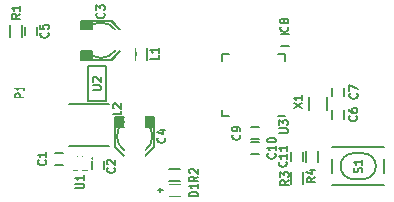
<source format=gto>
G04 #@! TF.FileFunction,Legend,Top*
%FSLAX46Y46*%
G04 Gerber Fmt 4.6, Leading zero omitted, Abs format (unit mm)*
G04 Created by KiCad (PCBNEW (2015-08-16 BZR 6097, Git b384c94)-product) date 20/01/2016 15:51:32*
%MOMM*%
G01*
G04 APERTURE LIST*
%ADD10C,0.100000*%
%ADD11C,0.150000*%
%ADD12C,0.050000*%
%ADD13R,1.502400X0.552400*%
%ADD14C,1.752400*%
%ADD15R,1.552400X1.752400*%
%ADD16R,2.052400X2.052400*%
%ADD17R,1.202400X0.802400*%
%ADD18R,2.052400X1.252400*%
%ADD19R,1.402400X0.752400*%
%ADD20R,2.352040X1.752600*%
%ADD21R,1.752600X2.352040*%
%ADD22R,2.184400X1.879600*%
%ADD23C,2.500000*%
%ADD24R,0.852400X0.402400*%
%ADD25R,0.402400X0.852400*%
%ADD26R,1.877400X1.877400*%
%ADD27R,0.502400X0.332400*%
%ADD28R,0.452400X1.652400*%
%ADD29R,1.879600X2.184400*%
%ADD30R,0.852400X0.752400*%
%ADD31R,0.752400X0.852400*%
G04 APERTURE END LIST*
D10*
D11*
X183534000Y-91483000D02*
X182734000Y-91483000D01*
X183534000Y-93683000D02*
X182734000Y-93683000D01*
X181634000Y-92583000D02*
G75*
G03X182734000Y-93683000I1100000J0D01*
G01*
X182734000Y-91483000D02*
G75*
G03X181634000Y-92583000I0J-1100000D01*
G01*
X184634000Y-92583000D02*
G75*
G03X183534000Y-91483000I-1100000J0D01*
G01*
X183534000Y-93683000D02*
G75*
G03X184634000Y-92583000I0J1100000D01*
G01*
X180934000Y-91983000D02*
X180934000Y-93183000D01*
X185334000Y-91983000D02*
X185334000Y-93183000D01*
X185334000Y-94183000D02*
X180934000Y-94183000D01*
X180934000Y-90983000D02*
X185334000Y-90983000D01*
X178955000Y-87799000D02*
X178955000Y-86699000D01*
X180455000Y-87799000D02*
X180455000Y-86699000D01*
X160286000Y-84098000D02*
X161786000Y-84098000D01*
X161786000Y-84098000D02*
X161786000Y-87098000D01*
X161786000Y-87098000D02*
X160286000Y-87098000D01*
X160286000Y-87098000D02*
X160286000Y-84098000D01*
X160603500Y-82815000D02*
X160603500Y-83565000D01*
X159703500Y-80365000D02*
X160603500Y-80365000D01*
X159703500Y-80415000D02*
X159703500Y-80365000D01*
X160603500Y-80415000D02*
X159703500Y-80415000D01*
X160603500Y-80515000D02*
X160603500Y-80415000D01*
X159703500Y-80515000D02*
X160603500Y-80515000D01*
X159703500Y-80615000D02*
X159703500Y-80515000D01*
X160603500Y-80615000D02*
X159703500Y-80615000D01*
X160603500Y-80715000D02*
X160603500Y-80615000D01*
X159703500Y-80715000D02*
X160603500Y-80715000D01*
X159703500Y-80815000D02*
X159703500Y-80715000D01*
X160603500Y-80815000D02*
X159703500Y-80815000D01*
X160603500Y-80865000D02*
X160603500Y-80815000D01*
X160603500Y-80915000D02*
X160603500Y-80815000D01*
X159703500Y-80915000D02*
X160603500Y-80915000D01*
X159703500Y-83465000D02*
X160603500Y-83465000D01*
X159703500Y-83365000D02*
X159703500Y-83465000D01*
X160603500Y-83365000D02*
X159703500Y-83365000D01*
X160603500Y-83265000D02*
X160603500Y-83365000D01*
X159703500Y-83265000D02*
X160603500Y-83265000D01*
X159703500Y-83165000D02*
X159703500Y-83265000D01*
X160603500Y-83165000D02*
X159703500Y-83165000D01*
X160603500Y-83065000D02*
X160603500Y-83165000D01*
X159703500Y-83065000D02*
X160603500Y-83065000D01*
X159703500Y-82965000D02*
X159703500Y-83065000D01*
X160603500Y-82965000D02*
X159703500Y-82965000D01*
X160603500Y-82865000D02*
X160603500Y-82965000D01*
X159703500Y-82865000D02*
X160603500Y-82865000D01*
X160603500Y-80965000D02*
X159703500Y-80965000D01*
X160603500Y-80315000D02*
X160603500Y-81015000D01*
X160153500Y-82815000D02*
G75*
G03X162553500Y-82815000I1200000J900000D01*
G01*
X162553500Y-81015000D02*
G75*
G03X160153500Y-81015000I-1200000J-900000D01*
G01*
X162253500Y-83565000D02*
X163003500Y-82815000D01*
X159703500Y-83565000D02*
X162253500Y-83565000D01*
X159703500Y-82815000D02*
X159703500Y-83565000D01*
X159703500Y-81015000D02*
X159703500Y-80265000D01*
X159703500Y-80265000D02*
X162253500Y-80265000D01*
X162253500Y-80265000D02*
X163003500Y-81015000D01*
X159702500Y-83566000D02*
X162242500Y-83566000D01*
X162242500Y-83566000D02*
X163004500Y-82804000D01*
X163004500Y-81026000D02*
X162242500Y-80264000D01*
X163311000Y-89293000D02*
X162561000Y-89293000D01*
X165761000Y-88393000D02*
X165761000Y-89293000D01*
X165711000Y-88393000D02*
X165761000Y-88393000D01*
X165711000Y-89293000D02*
X165711000Y-88393000D01*
X165611000Y-89293000D02*
X165711000Y-89293000D01*
X165611000Y-88393000D02*
X165611000Y-89293000D01*
X165511000Y-88393000D02*
X165611000Y-88393000D01*
X165511000Y-89293000D02*
X165511000Y-88393000D01*
X165411000Y-89293000D02*
X165511000Y-89293000D01*
X165411000Y-88393000D02*
X165411000Y-89293000D01*
X165311000Y-88393000D02*
X165411000Y-88393000D01*
X165311000Y-89293000D02*
X165311000Y-88393000D01*
X165261000Y-89293000D02*
X165311000Y-89293000D01*
X165211000Y-89293000D02*
X165311000Y-89293000D01*
X165211000Y-88393000D02*
X165211000Y-89293000D01*
X162661000Y-88393000D02*
X162661000Y-89293000D01*
X162761000Y-88393000D02*
X162661000Y-88393000D01*
X162761000Y-89293000D02*
X162761000Y-88393000D01*
X162861000Y-89293000D02*
X162761000Y-89293000D01*
X162861000Y-88393000D02*
X162861000Y-89293000D01*
X162961000Y-88393000D02*
X162861000Y-88393000D01*
X162961000Y-89293000D02*
X162961000Y-88393000D01*
X163061000Y-89293000D02*
X162961000Y-89293000D01*
X163061000Y-88393000D02*
X163061000Y-89293000D01*
X163161000Y-88393000D02*
X163061000Y-88393000D01*
X163161000Y-89293000D02*
X163161000Y-88393000D01*
X163261000Y-89293000D02*
X163161000Y-89293000D01*
X163261000Y-88393000D02*
X163261000Y-89293000D01*
X165161000Y-89293000D02*
X165161000Y-88393000D01*
X165811000Y-89293000D02*
X165111000Y-89293000D01*
X163311000Y-88843000D02*
G75*
G03X163311000Y-91243000I900000J-1200000D01*
G01*
X165111000Y-91243000D02*
G75*
G03X165111000Y-88843000I-900000J1200000D01*
G01*
X162561000Y-90943000D02*
X163311000Y-91693000D01*
X162561000Y-88393000D02*
X162561000Y-90943000D01*
X163311000Y-88393000D02*
X162561000Y-88393000D01*
X165111000Y-88393000D02*
X165861000Y-88393000D01*
X165861000Y-88393000D02*
X165861000Y-90943000D01*
X165861000Y-90943000D02*
X165111000Y-91693000D01*
X162560000Y-88392000D02*
X162560000Y-90932000D01*
X162560000Y-90932000D02*
X163322000Y-91694000D01*
X165100000Y-91694000D02*
X165862000Y-90932000D01*
X171645500Y-88376500D02*
X171645500Y-87851500D01*
X176895500Y-83126500D02*
X176895500Y-83651500D01*
X171645500Y-83126500D02*
X171645500Y-83651500D01*
X176895500Y-88376500D02*
X176370500Y-88376500D01*
X176895500Y-83126500D02*
X176370500Y-83126500D01*
X171645500Y-83126500D02*
X172170500Y-83126500D01*
X171645500Y-88376500D02*
X172170500Y-88376500D01*
D12*
X160675500Y-91829000D02*
X160675500Y-92029000D01*
X160475500Y-91929000D02*
X160675500Y-91829000D01*
X160675500Y-92029000D02*
X160475500Y-91929000D01*
X160175500Y-91729000D02*
X158975500Y-91729000D01*
X160175500Y-92929000D02*
X158975500Y-92929000D01*
D11*
X179697000Y-91257500D02*
X179697000Y-92257500D01*
X178697000Y-92257500D02*
X178697000Y-91257500D01*
X177427000Y-94099000D02*
X177427000Y-93099000D01*
X178427000Y-93099000D02*
X178427000Y-94099000D01*
X167076500Y-92845000D02*
X168076500Y-92845000D01*
X168076500Y-93845000D02*
X167076500Y-93845000D01*
X153678000Y-81653000D02*
X153678000Y-80653000D01*
X154678000Y-80653000D02*
X154678000Y-81653000D01*
X158147500Y-92448000D02*
X157447500Y-92448000D01*
X157447500Y-91448000D02*
X158147500Y-91448000D01*
X161599500Y-92106000D02*
X161599500Y-92806000D01*
X160599500Y-92806000D02*
X160599500Y-92106000D01*
X177427000Y-92107500D02*
X177427000Y-91407500D01*
X178427000Y-91407500D02*
X178427000Y-92107500D01*
X174721000Y-91559000D02*
X174021000Y-91559000D01*
X174021000Y-90559000D02*
X174721000Y-90559000D01*
X177261000Y-82415000D02*
X176561000Y-82415000D01*
X176561000Y-81415000D02*
X177261000Y-81415000D01*
X181919500Y-85946500D02*
X181919500Y-86646500D01*
X180919500Y-86646500D02*
X180919500Y-85946500D01*
X180919500Y-88551500D02*
X180919500Y-87851500D01*
X181919500Y-87851500D02*
X181919500Y-88551500D01*
X155948000Y-80803000D02*
X155948000Y-81503000D01*
X154948000Y-81503000D02*
X154948000Y-80803000D01*
X174721000Y-90289000D02*
X174021000Y-90289000D01*
X174021000Y-89289000D02*
X174721000Y-89289000D01*
X166384500Y-94589600D02*
X166584500Y-94589600D01*
X166384500Y-94589600D02*
X166184500Y-94589600D01*
X166384500Y-94389600D02*
X166384500Y-94789600D01*
D10*
X167084500Y-95089600D02*
X168084500Y-95089600D01*
X168084500Y-94089600D02*
X167084500Y-94089600D01*
D11*
X158637500Y-90840500D02*
X162037500Y-90840500D01*
X158637500Y-87340500D02*
X162037500Y-87340500D01*
X165282500Y-82558000D02*
X165282500Y-83558000D01*
X164282500Y-83558000D02*
X164282500Y-82558000D01*
X154812167Y-86813166D02*
X154112167Y-86813166D01*
X154112167Y-86546500D01*
X154145500Y-86479833D01*
X154178833Y-86446500D01*
X154245500Y-86413166D01*
X154345500Y-86413166D01*
X154412167Y-86446500D01*
X154445500Y-86479833D01*
X154478833Y-86546500D01*
X154478833Y-86813166D01*
X154812167Y-85746500D02*
X154812167Y-86146500D01*
X154812167Y-85946500D02*
X154112167Y-85946500D01*
X154212167Y-86013166D01*
X154278833Y-86079833D01*
X154312167Y-86146500D01*
X183417333Y-93116334D02*
X183450667Y-93016334D01*
X183450667Y-92849667D01*
X183417333Y-92783000D01*
X183384000Y-92749667D01*
X183317333Y-92716334D01*
X183250667Y-92716334D01*
X183184000Y-92749667D01*
X183150667Y-92783000D01*
X183117333Y-92849667D01*
X183084000Y-92983000D01*
X183050667Y-93049667D01*
X183017333Y-93083000D01*
X182950667Y-93116334D01*
X182884000Y-93116334D01*
X182817333Y-93083000D01*
X182784000Y-93049667D01*
X182750667Y-92983000D01*
X182750667Y-92816334D01*
X182784000Y-92716334D01*
X183450667Y-92049667D02*
X183450667Y-92449667D01*
X183450667Y-92249667D02*
X182750667Y-92249667D01*
X182850667Y-92316333D01*
X182917333Y-92383000D01*
X182950667Y-92449667D01*
X177670667Y-87688667D02*
X178370667Y-87222000D01*
X177670667Y-87222000D02*
X178370667Y-87688667D01*
X178370667Y-86588667D02*
X178370667Y-86988667D01*
X178370667Y-86788667D02*
X177670667Y-86788667D01*
X177770667Y-86855333D01*
X177837333Y-86922000D01*
X177870667Y-86988667D01*
X160652667Y-86131333D02*
X161219333Y-86131333D01*
X161286000Y-86098000D01*
X161319333Y-86064667D01*
X161352667Y-85998000D01*
X161352667Y-85864667D01*
X161319333Y-85798000D01*
X161286000Y-85764667D01*
X161219333Y-85731333D01*
X160652667Y-85731333D01*
X160719333Y-85431334D02*
X160686000Y-85398000D01*
X160652667Y-85331334D01*
X160652667Y-85164667D01*
X160686000Y-85098000D01*
X160719333Y-85064667D01*
X160786000Y-85031334D01*
X160852667Y-85031334D01*
X160952667Y-85064667D01*
X161352667Y-85464667D01*
X161352667Y-85031334D01*
X161603500Y-79618666D02*
X161636833Y-79652000D01*
X161670167Y-79752000D01*
X161670167Y-79818666D01*
X161636833Y-79918666D01*
X161570167Y-79985333D01*
X161503500Y-80018666D01*
X161370167Y-80052000D01*
X161270167Y-80052000D01*
X161136833Y-80018666D01*
X161070167Y-79985333D01*
X161003500Y-79918666D01*
X160970167Y-79818666D01*
X160970167Y-79752000D01*
X161003500Y-79652000D01*
X161036833Y-79618666D01*
X160970167Y-79385333D02*
X160970167Y-78952000D01*
X161236833Y-79185333D01*
X161236833Y-79085333D01*
X161270167Y-79018666D01*
X161303500Y-78985333D01*
X161370167Y-78952000D01*
X161536833Y-78952000D01*
X161603500Y-78985333D01*
X161636833Y-79018666D01*
X161670167Y-79085333D01*
X161670167Y-79285333D01*
X161636833Y-79352000D01*
X161603500Y-79385333D01*
X166747000Y-90159666D02*
X166780333Y-90193000D01*
X166813667Y-90293000D01*
X166813667Y-90359666D01*
X166780333Y-90459666D01*
X166713667Y-90526333D01*
X166647000Y-90559666D01*
X166513667Y-90593000D01*
X166413667Y-90593000D01*
X166280333Y-90559666D01*
X166213667Y-90526333D01*
X166147000Y-90459666D01*
X166113667Y-90359666D01*
X166113667Y-90293000D01*
X166147000Y-90193000D01*
X166180333Y-90159666D01*
X166347000Y-89559666D02*
X166813667Y-89559666D01*
X166080333Y-89726333D02*
X166580333Y-89893000D01*
X166580333Y-89459666D01*
X176464167Y-89788933D02*
X177030833Y-89788933D01*
X177097500Y-89755600D01*
X177130833Y-89722267D01*
X177164167Y-89655600D01*
X177164167Y-89522267D01*
X177130833Y-89455600D01*
X177097500Y-89422267D01*
X177030833Y-89388933D01*
X176464167Y-89388933D01*
X176464167Y-89122267D02*
X176464167Y-88688934D01*
X176730833Y-88922267D01*
X176730833Y-88822267D01*
X176764167Y-88755600D01*
X176797500Y-88722267D01*
X176864167Y-88688934D01*
X177030833Y-88688934D01*
X177097500Y-88722267D01*
X177130833Y-88755600D01*
X177164167Y-88822267D01*
X177164167Y-89022267D01*
X177130833Y-89088934D01*
X177097500Y-89122267D01*
X159192167Y-94449833D02*
X159758833Y-94449833D01*
X159825500Y-94416500D01*
X159858833Y-94383167D01*
X159892167Y-94316500D01*
X159892167Y-94183167D01*
X159858833Y-94116500D01*
X159825500Y-94083167D01*
X159758833Y-94049833D01*
X159192167Y-94049833D01*
X159892167Y-93349834D02*
X159892167Y-93749834D01*
X159892167Y-93549834D02*
X159192167Y-93549834D01*
X159292167Y-93616500D01*
X159358833Y-93683167D01*
X159392167Y-93749834D01*
X179488267Y-93537866D02*
X179154933Y-93771200D01*
X179488267Y-93937866D02*
X178788267Y-93937866D01*
X178788267Y-93671200D01*
X178821600Y-93604533D01*
X178854933Y-93571200D01*
X178921600Y-93537866D01*
X179021600Y-93537866D01*
X179088267Y-93571200D01*
X179121600Y-93604533D01*
X179154933Y-93671200D01*
X179154933Y-93937866D01*
X179021600Y-92937866D02*
X179488267Y-92937866D01*
X178754933Y-93104533D02*
X179254933Y-93271200D01*
X179254933Y-92837866D01*
X177253067Y-93741066D02*
X176919733Y-93974400D01*
X177253067Y-94141066D02*
X176553067Y-94141066D01*
X176553067Y-93874400D01*
X176586400Y-93807733D01*
X176619733Y-93774400D01*
X176686400Y-93741066D01*
X176786400Y-93741066D01*
X176853067Y-93774400D01*
X176886400Y-93807733D01*
X176919733Y-93874400D01*
X176919733Y-94141066D01*
X176553067Y-93507733D02*
X176553067Y-93074400D01*
X176819733Y-93307733D01*
X176819733Y-93207733D01*
X176853067Y-93141066D01*
X176886400Y-93107733D01*
X176953067Y-93074400D01*
X177119733Y-93074400D01*
X177186400Y-93107733D01*
X177219733Y-93141066D01*
X177253067Y-93207733D01*
X177253067Y-93407733D01*
X177219733Y-93474400D01*
X177186400Y-93507733D01*
X169544167Y-93461666D02*
X169210833Y-93695000D01*
X169544167Y-93861666D02*
X168844167Y-93861666D01*
X168844167Y-93595000D01*
X168877500Y-93528333D01*
X168910833Y-93495000D01*
X168977500Y-93461666D01*
X169077500Y-93461666D01*
X169144167Y-93495000D01*
X169177500Y-93528333D01*
X169210833Y-93595000D01*
X169210833Y-93861666D01*
X168910833Y-93195000D02*
X168877500Y-93161666D01*
X168844167Y-93095000D01*
X168844167Y-92928333D01*
X168877500Y-92861666D01*
X168910833Y-92828333D01*
X168977500Y-92795000D01*
X169044167Y-92795000D01*
X169144167Y-92828333D01*
X169544167Y-93228333D01*
X169544167Y-92795000D01*
X154494667Y-79682166D02*
X154161333Y-79915500D01*
X154494667Y-80082166D02*
X153794667Y-80082166D01*
X153794667Y-79815500D01*
X153828000Y-79748833D01*
X153861333Y-79715500D01*
X153928000Y-79682166D01*
X154028000Y-79682166D01*
X154094667Y-79715500D01*
X154128000Y-79748833D01*
X154161333Y-79815500D01*
X154161333Y-80082166D01*
X154494667Y-79015500D02*
X154494667Y-79415500D01*
X154494667Y-79215500D02*
X153794667Y-79215500D01*
X153894667Y-79282166D01*
X153961333Y-79348833D01*
X153994667Y-79415500D01*
X156650500Y-92064666D02*
X156683833Y-92098000D01*
X156717167Y-92198000D01*
X156717167Y-92264666D01*
X156683833Y-92364666D01*
X156617167Y-92431333D01*
X156550500Y-92464666D01*
X156417167Y-92498000D01*
X156317167Y-92498000D01*
X156183833Y-92464666D01*
X156117167Y-92431333D01*
X156050500Y-92364666D01*
X156017167Y-92264666D01*
X156017167Y-92198000D01*
X156050500Y-92098000D01*
X156083833Y-92064666D01*
X156717167Y-91398000D02*
X156717167Y-91798000D01*
X156717167Y-91598000D02*
X156017167Y-91598000D01*
X156117167Y-91664666D01*
X156183833Y-91731333D01*
X156217167Y-91798000D01*
X162492500Y-92699666D02*
X162525833Y-92733000D01*
X162559167Y-92833000D01*
X162559167Y-92899666D01*
X162525833Y-92999666D01*
X162459167Y-93066333D01*
X162392500Y-93099666D01*
X162259167Y-93133000D01*
X162159167Y-93133000D01*
X162025833Y-93099666D01*
X161959167Y-93066333D01*
X161892500Y-92999666D01*
X161859167Y-92899666D01*
X161859167Y-92833000D01*
X161892500Y-92733000D01*
X161925833Y-92699666D01*
X161925833Y-92433000D02*
X161892500Y-92399666D01*
X161859167Y-92333000D01*
X161859167Y-92166333D01*
X161892500Y-92099666D01*
X161925833Y-92066333D01*
X161992500Y-92033000D01*
X162059167Y-92033000D01*
X162159167Y-92066333D01*
X162559167Y-92466333D01*
X162559167Y-92033000D01*
X177027000Y-92207500D02*
X177060333Y-92240834D01*
X177093667Y-92340834D01*
X177093667Y-92407500D01*
X177060333Y-92507500D01*
X176993667Y-92574167D01*
X176927000Y-92607500D01*
X176793667Y-92640834D01*
X176693667Y-92640834D01*
X176560333Y-92607500D01*
X176493667Y-92574167D01*
X176427000Y-92507500D01*
X176393667Y-92407500D01*
X176393667Y-92340834D01*
X176427000Y-92240834D01*
X176460333Y-92207500D01*
X177093667Y-91540834D02*
X177093667Y-91940834D01*
X177093667Y-91740834D02*
X176393667Y-91740834D01*
X176493667Y-91807500D01*
X176560333Y-91874167D01*
X176593667Y-91940834D01*
X177093667Y-90874167D02*
X177093667Y-91274167D01*
X177093667Y-91074167D02*
X176393667Y-91074167D01*
X176493667Y-91140833D01*
X176560333Y-91207500D01*
X176593667Y-91274167D01*
X176081500Y-91509000D02*
X176114833Y-91542334D01*
X176148167Y-91642334D01*
X176148167Y-91709000D01*
X176114833Y-91809000D01*
X176048167Y-91875667D01*
X175981500Y-91909000D01*
X175848167Y-91942334D01*
X175748167Y-91942334D01*
X175614833Y-91909000D01*
X175548167Y-91875667D01*
X175481500Y-91809000D01*
X175448167Y-91709000D01*
X175448167Y-91642334D01*
X175481500Y-91542334D01*
X175514833Y-91509000D01*
X176148167Y-90842334D02*
X176148167Y-91242334D01*
X176148167Y-91042334D02*
X175448167Y-91042334D01*
X175548167Y-91109000D01*
X175614833Y-91175667D01*
X175648167Y-91242334D01*
X175448167Y-90409000D02*
X175448167Y-90342333D01*
X175481500Y-90275667D01*
X175514833Y-90242333D01*
X175581500Y-90209000D01*
X175714833Y-90175667D01*
X175881500Y-90175667D01*
X176014833Y-90209000D01*
X176081500Y-90242333D01*
X176114833Y-90275667D01*
X176148167Y-90342333D01*
X176148167Y-90409000D01*
X176114833Y-90475667D01*
X176081500Y-90509000D01*
X176014833Y-90542333D01*
X175881500Y-90575667D01*
X175714833Y-90575667D01*
X175581500Y-90542333D01*
X175514833Y-90509000D01*
X175481500Y-90475667D01*
X175448167Y-90409000D01*
X177161000Y-80761666D02*
X177194333Y-80795000D01*
X177227667Y-80895000D01*
X177227667Y-80961666D01*
X177194333Y-81061666D01*
X177127667Y-81128333D01*
X177061000Y-81161666D01*
X176927667Y-81195000D01*
X176827667Y-81195000D01*
X176694333Y-81161666D01*
X176627667Y-81128333D01*
X176561000Y-81061666D01*
X176527667Y-80961666D01*
X176527667Y-80895000D01*
X176561000Y-80795000D01*
X176594333Y-80761666D01*
X176827667Y-80361666D02*
X176794333Y-80428333D01*
X176761000Y-80461666D01*
X176694333Y-80495000D01*
X176661000Y-80495000D01*
X176594333Y-80461666D01*
X176561000Y-80428333D01*
X176527667Y-80361666D01*
X176527667Y-80228333D01*
X176561000Y-80161666D01*
X176594333Y-80128333D01*
X176661000Y-80095000D01*
X176694333Y-80095000D01*
X176761000Y-80128333D01*
X176794333Y-80161666D01*
X176827667Y-80228333D01*
X176827667Y-80361666D01*
X176861000Y-80428333D01*
X176894333Y-80461666D01*
X176961000Y-80495000D01*
X177094333Y-80495000D01*
X177161000Y-80461666D01*
X177194333Y-80428333D01*
X177227667Y-80361666D01*
X177227667Y-80228333D01*
X177194333Y-80161666D01*
X177161000Y-80128333D01*
X177094333Y-80095000D01*
X176961000Y-80095000D01*
X176894333Y-80128333D01*
X176861000Y-80161666D01*
X176827667Y-80228333D01*
X183028400Y-86425866D02*
X183061733Y-86459200D01*
X183095067Y-86559200D01*
X183095067Y-86625866D01*
X183061733Y-86725866D01*
X182995067Y-86792533D01*
X182928400Y-86825866D01*
X182795067Y-86859200D01*
X182695067Y-86859200D01*
X182561733Y-86825866D01*
X182495067Y-86792533D01*
X182428400Y-86725866D01*
X182395067Y-86625866D01*
X182395067Y-86559200D01*
X182428400Y-86459200D01*
X182461733Y-86425866D01*
X182395067Y-86192533D02*
X182395067Y-85725866D01*
X183095067Y-86025866D01*
X182977600Y-88318166D02*
X183010933Y-88351500D01*
X183044267Y-88451500D01*
X183044267Y-88518166D01*
X183010933Y-88618166D01*
X182944267Y-88684833D01*
X182877600Y-88718166D01*
X182744267Y-88751500D01*
X182644267Y-88751500D01*
X182510933Y-88718166D01*
X182444267Y-88684833D01*
X182377600Y-88618166D01*
X182344267Y-88518166D01*
X182344267Y-88451500D01*
X182377600Y-88351500D01*
X182410933Y-88318166D01*
X182344267Y-87718166D02*
X182344267Y-87851500D01*
X182377600Y-87918166D01*
X182410933Y-87951500D01*
X182510933Y-88018166D01*
X182644267Y-88051500D01*
X182910933Y-88051500D01*
X182977600Y-88018166D01*
X183010933Y-87984833D01*
X183044267Y-87918166D01*
X183044267Y-87784833D01*
X183010933Y-87718166D01*
X182977600Y-87684833D01*
X182910933Y-87651500D01*
X182744267Y-87651500D01*
X182677600Y-87684833D01*
X182644267Y-87718166D01*
X182610933Y-87784833D01*
X182610933Y-87918166D01*
X182644267Y-87984833D01*
X182677600Y-88018166D01*
X182744267Y-88051500D01*
X156848000Y-81269666D02*
X156881333Y-81303000D01*
X156914667Y-81403000D01*
X156914667Y-81469666D01*
X156881333Y-81569666D01*
X156814667Y-81636333D01*
X156748000Y-81669666D01*
X156614667Y-81703000D01*
X156514667Y-81703000D01*
X156381333Y-81669666D01*
X156314667Y-81636333D01*
X156248000Y-81569666D01*
X156214667Y-81469666D01*
X156214667Y-81403000D01*
X156248000Y-81303000D01*
X156281333Y-81269666D01*
X156214667Y-80636333D02*
X156214667Y-80969666D01*
X156548000Y-81003000D01*
X156514667Y-80969666D01*
X156481333Y-80903000D01*
X156481333Y-80736333D01*
X156514667Y-80669666D01*
X156548000Y-80636333D01*
X156614667Y-80603000D01*
X156781333Y-80603000D01*
X156848000Y-80636333D01*
X156881333Y-80669666D01*
X156914667Y-80736333D01*
X156914667Y-80903000D01*
X156881333Y-80969666D01*
X156848000Y-81003000D01*
X173097000Y-89905666D02*
X173130333Y-89939000D01*
X173163667Y-90039000D01*
X173163667Y-90105666D01*
X173130333Y-90205666D01*
X173063667Y-90272333D01*
X172997000Y-90305666D01*
X172863667Y-90339000D01*
X172763667Y-90339000D01*
X172630333Y-90305666D01*
X172563667Y-90272333D01*
X172497000Y-90205666D01*
X172463667Y-90105666D01*
X172463667Y-90039000D01*
X172497000Y-89939000D01*
X172530333Y-89905666D01*
X173163667Y-89572333D02*
X173163667Y-89439000D01*
X173130333Y-89372333D01*
X173097000Y-89339000D01*
X172997000Y-89272333D01*
X172863667Y-89239000D01*
X172597000Y-89239000D01*
X172530333Y-89272333D01*
X172497000Y-89305666D01*
X172463667Y-89372333D01*
X172463667Y-89505666D01*
X172497000Y-89572333D01*
X172530333Y-89605666D01*
X172597000Y-89639000D01*
X172763667Y-89639000D01*
X172830333Y-89605666D01*
X172863667Y-89572333D01*
X172897000Y-89505666D01*
X172897000Y-89372333D01*
X172863667Y-89305666D01*
X172830333Y-89272333D01*
X172763667Y-89239000D01*
X169544167Y-95131666D02*
X168844167Y-95131666D01*
X168844167Y-94965000D01*
X168877500Y-94865000D01*
X168944167Y-94798333D01*
X169010833Y-94765000D01*
X169144167Y-94731666D01*
X169244167Y-94731666D01*
X169377500Y-94765000D01*
X169444167Y-94798333D01*
X169510833Y-94865000D01*
X169544167Y-94965000D01*
X169544167Y-95131666D01*
X169544167Y-94065000D02*
X169544167Y-94465000D01*
X169544167Y-94265000D02*
X168844167Y-94265000D01*
X168944167Y-94331666D01*
X169010833Y-94398333D01*
X169044167Y-94465000D01*
X163067167Y-87873667D02*
X163067167Y-88207000D01*
X162367167Y-88207000D01*
X162433833Y-87673667D02*
X162400500Y-87640333D01*
X162367167Y-87573667D01*
X162367167Y-87407000D01*
X162400500Y-87340333D01*
X162433833Y-87307000D01*
X162500500Y-87273667D01*
X162567167Y-87273667D01*
X162667167Y-87307000D01*
X163067167Y-87707000D01*
X163067167Y-87273667D01*
X166242167Y-83174667D02*
X166242167Y-83508000D01*
X165542167Y-83508000D01*
X166242167Y-82574667D02*
X166242167Y-82974667D01*
X166242167Y-82774667D02*
X165542167Y-82774667D01*
X165642167Y-82841333D01*
X165708833Y-82908000D01*
X165742167Y-82974667D01*
%LPC*%
D13*
X157157800Y-85060000D03*
X157157800Y-85710000D03*
X157157800Y-86360000D03*
X157157800Y-87010000D03*
X157157800Y-87660000D03*
D14*
X154482800Y-83060000D03*
X154482800Y-89660000D03*
D15*
X156932800Y-89560000D03*
X156932800Y-83160000D03*
D16*
X154482800Y-87810000D03*
X154482800Y-84910000D03*
D17*
X180534000Y-93658000D03*
X185734000Y-93658000D03*
X185734000Y-91508000D03*
X180534000Y-91508000D03*
D18*
X179705000Y-88499000D03*
X179705000Y-85999000D03*
D19*
X162786000Y-84648000D03*
X162786000Y-85598000D03*
X162786000Y-86548000D03*
X159286000Y-86548000D03*
X159286000Y-85598000D03*
X159286000Y-84648000D03*
D20*
X162854640Y-81915000D03*
X159852360Y-81915000D03*
D21*
X164211000Y-91544140D03*
X164211000Y-88541860D03*
D22*
X185420000Y-78740000D03*
X187325000Y-78740000D03*
D23*
X182753000Y-78867000D03*
D24*
X176670500Y-87501500D03*
X176670500Y-87001500D03*
X176670500Y-86501500D03*
X176670500Y-86001500D03*
X176670500Y-85501500D03*
X176670500Y-85001500D03*
X176670500Y-84501500D03*
X176670500Y-84001500D03*
D25*
X176020500Y-83351500D03*
X175520500Y-83351500D03*
X175020500Y-83351500D03*
X174520500Y-83351500D03*
X174020500Y-83351500D03*
X173520500Y-83351500D03*
X173020500Y-83351500D03*
X172520500Y-83351500D03*
D24*
X171870500Y-84001500D03*
X171870500Y-84501500D03*
X171870500Y-85001500D03*
X171870500Y-85501500D03*
X171870500Y-86001500D03*
X171870500Y-86501500D03*
X171870500Y-87001500D03*
X171870500Y-87501500D03*
D25*
X172520500Y-88151500D03*
X173020500Y-88151500D03*
X173520500Y-88151500D03*
X174020500Y-88151500D03*
X174520500Y-88151500D03*
X175020500Y-88151500D03*
X175520500Y-88151500D03*
X176020500Y-88151500D03*
D26*
X173408000Y-84889000D03*
X173408000Y-86614000D03*
X175133000Y-84889000D03*
X175133000Y-86614000D03*
D27*
X160100500Y-92729000D03*
X160100500Y-92329000D03*
X160100500Y-91929000D03*
X159050500Y-91929000D03*
X159050500Y-92329000D03*
X159050500Y-92729000D03*
D28*
X159575500Y-92329000D03*
D23*
X157353000Y-93916500D03*
X157353000Y-78867000D03*
D29*
X185420000Y-98425000D03*
X182880000Y-98425000D03*
X180340000Y-98425000D03*
X177800000Y-98425000D03*
X175260000Y-98425000D03*
X172720000Y-98425000D03*
X170180000Y-98425000D03*
X167640000Y-98425000D03*
X165100000Y-98425000D03*
X162560000Y-98425000D03*
X160020000Y-98425000D03*
X157480000Y-98425000D03*
X154940000Y-98425000D03*
X154940000Y-96520000D03*
X157480000Y-96520000D03*
X160020000Y-96520000D03*
X162560000Y-96520000D03*
X165100000Y-96520000D03*
X167640000Y-96520000D03*
X170180000Y-96520000D03*
X172720000Y-96520000D03*
X175260000Y-96520000D03*
X177800000Y-96520000D03*
X180340000Y-96520000D03*
X182880000Y-96520000D03*
X185420000Y-96520000D03*
X154940000Y-74295000D03*
X157480000Y-74295000D03*
X160020000Y-74295000D03*
X162560000Y-74295000D03*
X165100000Y-74295000D03*
X167640000Y-74295000D03*
X170180000Y-74295000D03*
X172720000Y-74295000D03*
X175260000Y-74295000D03*
X177800000Y-74295000D03*
X180340000Y-74295000D03*
X182880000Y-74295000D03*
X185420000Y-74295000D03*
X185420000Y-76200000D03*
X182880000Y-76200000D03*
X180340000Y-76200000D03*
X177800000Y-76200000D03*
X175260000Y-76200000D03*
X172720000Y-76200000D03*
X170180000Y-76200000D03*
X167640000Y-76200000D03*
X165100000Y-76200000D03*
X162560000Y-76200000D03*
X160020000Y-76200000D03*
X157480000Y-76200000D03*
X154940000Y-76200000D03*
D30*
X179197000Y-92257500D03*
X179197000Y-91257500D03*
X177927000Y-93099000D03*
X177927000Y-94099000D03*
D31*
X168076500Y-93345000D03*
X167076500Y-93345000D03*
D30*
X154178000Y-80653000D03*
X154178000Y-81653000D03*
D31*
X158297500Y-91948000D03*
X157297500Y-91948000D03*
D30*
X161099500Y-91956000D03*
X161099500Y-92956000D03*
X177927000Y-92257500D03*
X177927000Y-91257500D03*
D31*
X174871000Y-91059000D03*
X173871000Y-91059000D03*
X177411000Y-81915000D03*
X176411000Y-81915000D03*
D30*
X181419500Y-85796500D03*
X181419500Y-86796500D03*
X181419500Y-88701500D03*
X181419500Y-87701500D03*
X155448000Y-80653000D03*
X155448000Y-81653000D03*
D31*
X174871000Y-89789000D03*
X173871000Y-89789000D03*
X167084500Y-94589600D03*
X168084500Y-94589600D03*
D10*
G36*
X158561300Y-90766700D02*
X158561300Y-87414300D01*
X160113700Y-87414300D01*
X160113700Y-90766700D01*
X158561300Y-90766700D01*
X158561300Y-90766700D01*
G37*
G36*
X160561300Y-90766700D02*
X160561300Y-87414300D01*
X162113700Y-87414300D01*
X162113700Y-90766700D01*
X160561300Y-90766700D01*
X160561300Y-90766700D01*
G37*
D30*
X164782500Y-83558000D03*
X164782500Y-82558000D03*
D22*
X154940000Y-93980000D03*
X153035000Y-93980000D03*
X185420000Y-81280000D03*
X187325000Y-81280000D03*
M02*

</source>
